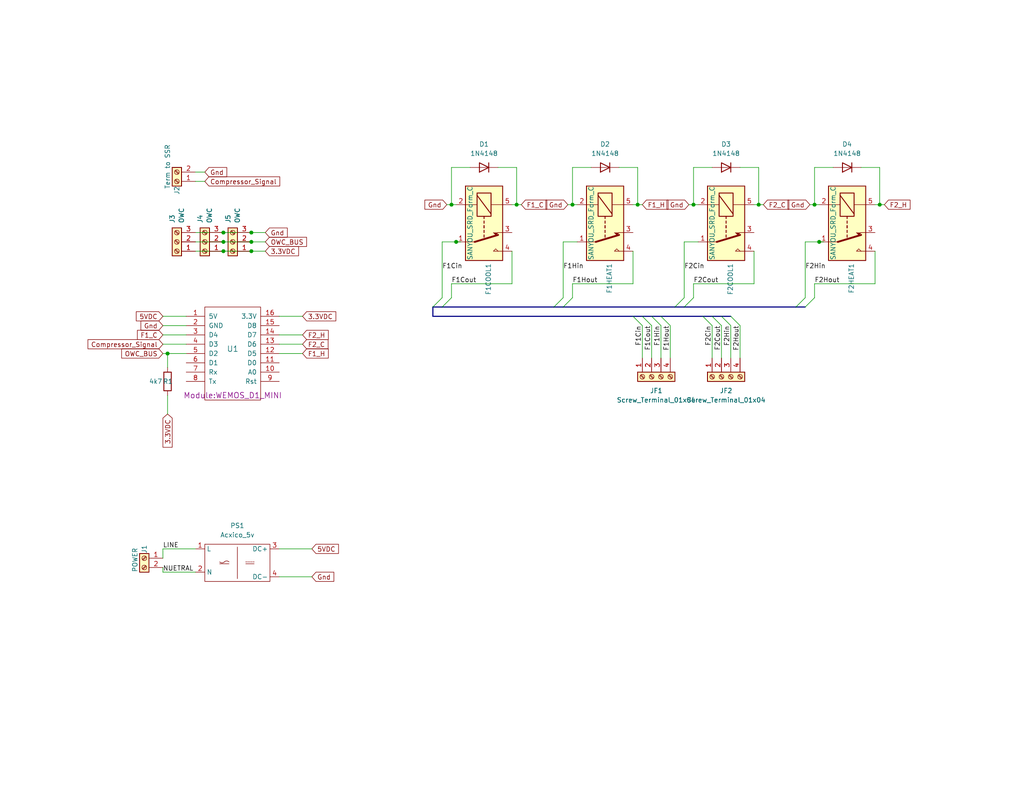
<source format=kicad_sch>
(kicad_sch (version 20211123) (generator eeschema)
  (paper "USLetter")
  (title_block (title "Glycol/Fermenter Control Circuit") (date "2023-01-31") (rev "1.0"))
  (lib_symbols
    (symbol "Connector:Screw_Terminal_01x02" (pin_names (offset 1.016) hide)
      (property "Reference" "J" (at 0 2.54 0))
      (property "Value" "Screw_Terminal_01x02" (at 0 -5.08 0))
      (symbol "Screw_Terminal_01x02_1_1"
        (rectangle (start -1.27 1.27) (end 1.27 -3.81) (stroke (width 0.254)) (fill (type background)))
        (circle (center 0 -2.54) (radius 0.635) (stroke (width 0.1524)))
        (polyline (pts (xy -0.5334 -2.2098) (xy 0.3302 -3.048)) (stroke (width 0.1524)))
        (polyline (pts (xy -0.5334 0.3302) (xy 0.3302 -0.508)) (stroke (width 0.1524)))
        (polyline (pts (xy -0.3556 -2.032) (xy 0.508 -2.8702)) (stroke (width 0.1524)))
        (polyline (pts (xy -0.3556 0.508) (xy 0.508 -0.3302)) (stroke (width 0.1524)))
        (circle (center 0 0) (radius 0.635) (stroke (width 0.1524)))
        (pin passive line (at -5.08 0 0) (length 3.81) (name "Pin_1") (number "1"))
        (pin passive line (at -5.08 -2.54 0) (length 3.81) (name "Pin_2") (number "2"))
      )
    )
    (symbol "Connector:Screw_Terminal_01x03" (pin_names (offset 1.016) hide)
      (property "Reference" "J" (at 0 5.08 0))
      (property "Value" "Screw_Terminal_01x03" (at 0 -5.08 0))
      (symbol "Screw_Terminal_01x03_1_1"
        (rectangle (start -1.27 3.81) (end 1.27 -3.81) (stroke (width 0.254)) (fill (type background)))
        (circle (center 0 -2.54) (radius 0.635) (stroke (width 0.1524)))
        (polyline (pts (xy -0.5334 -2.2098) (xy 0.3302 -3.048)) (stroke (width 0.1524)))
        (polyline (pts (xy -0.5334 0.3302) (xy 0.3302 -0.508)) (stroke (width 0.1524)))
        (polyline (pts (xy -0.5334 2.8702) (xy 0.3302 2.032)) (stroke (width 0.1524)))
        (polyline (pts (xy -0.3556 -2.032) (xy 0.508 -2.8702)) (stroke (width 0.1524)))
        (polyline (pts (xy -0.3556 0.508) (xy 0.508 -0.3302)) (stroke (width 0.1524)))
        (polyline (pts (xy -0.3556 3.048) (xy 0.508 2.2098)) (stroke (width 0.1524)))
        (circle (center 0 0) (radius 0.635) (stroke (width 0.1524)))
        (circle (center 0 2.54) (radius 0.635) (stroke (width 0.1524)))
        (pin passive line (at -5.08 2.54 0) (length 3.81) (name "Pin_1") (number "1"))
        (pin passive line (at -5.08 0 0) (length 3.81) (name "Pin_2") (number "2"))
        (pin passive line (at -5.08 -2.54 0) (length 3.81) (name "Pin_3") (number "3"))
      )
    )
    (symbol "Connector:Screw_Terminal_01x04" (pin_names (offset 1.016) hide)
      (property "Reference" "J" (at 0 5.08 0))
      (property "Value" "Screw_Terminal_01x04" (at 0 -7.62 0))
      (symbol "Screw_Terminal_01x04_1_1"
        (rectangle (start -1.27 3.81) (end 1.27 -6.35) (stroke (width 0.254)) (fill (type background)))
        (circle (center 0 -5.08) (radius 0.635) (stroke (width 0.1524)))
        (circle (center 0 -2.54) (radius 0.635) (stroke (width 0.1524)))
        (polyline (pts (xy -0.5334 -4.7498) (xy 0.3302 -5.588)) (stroke (width 0.1524)))
        (polyline (pts (xy -0.5334 -2.2098) (xy 0.3302 -3.048)) (stroke (width 0.1524)))
        (polyline (pts (xy -0.5334 0.3302) (xy 0.3302 -0.508)) (stroke (width 0.1524)))
        (polyline (pts (xy -0.5334 2.8702) (xy 0.3302 2.032)) (stroke (width 0.1524)))
        (polyline (pts (xy -0.3556 -4.572) (xy 0.508 -5.4102)) (stroke (width 0.1524)))
        (polyline (pts (xy -0.3556 -2.032) (xy 0.508 -2.8702)) (stroke (width 0.1524)))
        (polyline (pts (xy -0.3556 0.508) (xy 0.508 -0.3302)) (stroke (width 0.1524)))
        (polyline (pts (xy -0.3556 3.048) (xy 0.508 2.2098)) (stroke (width 0.1524)))
        (circle (center 0 0) (radius 0.635) (stroke (width 0.1524)))
        (circle (center 0 2.54) (radius 0.635) (stroke (width 0.1524)))
        (pin passive line (at -5.08 2.54 0) (length 3.81) (name "Pin_1") (number "1"))
        (pin passive line (at -5.08 0 0) (length 3.81) (name "Pin_2") (number "2"))
        (pin passive line (at -5.08 -2.54 0) (length 3.81) (name "Pin_3") (number "3"))
        (pin passive line (at -5.08 -5.08 0) (length 3.81) (name "Pin_4") (number "4"))
      )
    )
    (symbol "Converter_ACDC:Acxico_5v"
      (property "Reference" "PS" (at 0 6.35 0))
      (property "Value" "Acxico_5v" (at 0 -6.35 0))
      (symbol "Acxico_5v_0_1"
        (rectangle (start -8.89 5.08) (end 8.89 -5.08))
        (arc (start -4.826 0.254) (mid -4.191 -0.0089) (end -3.556 0.254))
        (arc (start -2.286 0.254) (mid -2.921 0.516) (end -3.556 0.254))
        (polyline (pts (xy -4.826 -0.254) (xy -2.286 -0.254)))
        (polyline (pts (xy 0 4.318) (xy 0 -4.318)))
        (polyline (pts (xy 2.286 -0.254) (xy 4.572 -0.254)))
        (polyline (pts (xy 2.286 0.254) (xy 2.54 0.254)))
        (polyline (pts (xy 2.794 0.254) (xy 3.048 0.254)))
        (polyline (pts (xy 3.302 0.254) (xy 3.556 0.254)))
        (polyline (pts (xy 3.81 0.254) (xy 4.064 0.254)))
        (polyline (pts (xy 4.318 0.254) (xy 4.572 0.254)))
      )
      (symbol "Acxico_5v_1_1"
        (pin input line (at -11.43 3.81 0) (length 2.54) (name "L") (number "1"))
        (pin input line (at -11.43 -2.54 0) (length 2.54) (name "N") (number "2"))
        (pin output line (at 11.43 3.81 180) (length 2.54) (name "DC+") (number "3"))
        (pin output line (at 11.43 -3.81 180) (length 2.54) (name "DC-") (number "4"))
      )
    )
    (symbol "Device:R" (pin_numbers hide) (pin_names (offset 0))
      (property "Reference" "R" (at 2.032 0 90))
      (property "Value" "R" (at 0 0 90))
      (symbol "R_0_1"
        (rectangle (start -1.016 -2.54) (end 1.016 2.54) (stroke (width 0.254)))
      )
      (symbol "R_1_1"
        (pin passive line (at 0 3.81 270) (length 1.27) (name "~") (number "1"))
        (pin passive line (at 0 -3.81 90) (length 1.27) (name "~") (number "2"))
      )
    )
    (symbol "Diode:1N4148" (pin_numbers hide) (pin_names hide)
      (property "Reference" "D" (at 0 2.54 0))
      (property "Value" "1N4148" (at 0 -2.54 0))
      (symbol "1N4148_0_1"
        (polyline (pts (xy -1.27 1.27) (xy -1.27 -1.27)) (stroke (width 0.254)))
        (polyline (pts (xy 1.27 0) (xy -1.27 0)))
        (polyline (pts (xy 1.27 1.27) (xy 1.27 -1.27) (xy -1.27 0) (xy 1.27 1.27)) (stroke (width 0.254)))
      )
      (symbol "1N4148_1_1"
        (pin passive line (at -3.81 0 0) (length 2.54) (name "K") (number "1"))
        (pin passive line (at 3.81 0 180) (length 2.54) (name "A") (number "2"))
      )
    )
    (symbol "Glycol_Chiller-rescue:SANYOU_SRD_Form_C-Relay" (pin_names (offset 1.016))
      (property "Reference" "K" (at 11.43 3.81 0))
      (property "Value" "SANYOU_SRD_Form_C-Relay" (at 11.43 1.27 0))
      (symbol "SANYOU_SRD_Form_C-Relay_0_0"
        (polyline (pts (xy 2.54 3.81) (xy 2.54 5.08)))
        (polyline (pts (xy 7.62 3.81) (xy 7.62 5.08)))
        (polyline (pts (xy 7.62 3.81) (xy 7.62 2.54) (xy 6.985 3.175) (xy 7.62 3.81)))
      )
      (symbol "SANYOU_SRD_Form_C-Relay_0_1"
        (rectangle (start -10.16 5.08) (end 10.16 -5.08) (stroke (width 0.254)) (fill (type background)))
        (rectangle (start -8.255 1.905) (end -1.905 -1.905) (stroke (width 0.254)))
        (polyline (pts (xy -7.62 -1.905) (xy -2.54 1.905)) (stroke (width 0.254)))
        (polyline (pts (xy -5.08 -5.08) (xy -5.08 -1.905)))
        (polyline (pts (xy -5.08 5.08) (xy -5.08 1.905)))
        (polyline (pts (xy -1.905 0) (xy -1.27 0)) (stroke (width 0.254)))
        (polyline (pts (xy -0.635 0) (xy 0 0)) (stroke (width 0.254)))
        (polyline (pts (xy 0.635 0) (xy 1.27 0)) (stroke (width 0.254)))
        (polyline (pts (xy 0.635 0) (xy 1.27 0)) (stroke (width 0.254)))
        (polyline (pts (xy 1.905 0) (xy 2.54 0)) (stroke (width 0.254)))
        (polyline (pts (xy 3.175 0) (xy 3.81 0)) (stroke (width 0.254)))
        (polyline (pts (xy 5.08 -2.54) (xy 3.175 3.81)) (stroke (width 0.508)))
        (polyline (pts (xy 5.08 -2.54) (xy 5.08 -5.08)))
        (polyline (pts (xy 2.54 2.54) (xy 3.175 3.175) (xy 2.54 3.81)) (fill (type outline)))
      )
      (symbol "SANYOU_SRD_Form_C-Relay_1_1"
        (pin passive line (at 5.08 -7.62 90) (length 2.54) (name "~") (number "1"))
        (pin passive line (at -5.08 -7.62 90) (length 2.54) (name "~") (number "2"))
        (pin passive line (at 2.54 7.62 270) (length 2.54) (name "~") (number "3"))
        (pin passive line (at 7.62 7.62 270) (length 2.54) (name "~") (number "4"))
        (pin passive line (at -5.08 7.62 270) (length 2.54) (name "~") (number "5"))
      )
    )
    (symbol "Glycol_Chiller-rescue:WeMos_mini-wemos_mini" (pin_names (offset 1.016))
      (property "Reference" "U" (at 0 12.7 0))
      (property "Value" "WeMos_mini-wemos_mini" (at 0 -12.7 0))
      (symbol "WeMos_mini-wemos_mini_0_1"
        (rectangle (start -7.62 11.43) (end 7.62 -13.97))
      )
      (symbol "WeMos_mini-wemos_mini_1_1"
        (pin power_in line (at -12.7 8.89 0) (length 5.08) (name "5V") (number "1"))
        (pin bidirectional line (at 12.7 -6.35 180) (length 5.08) (name "A0") (number "10"))
        (pin bidirectional line (at 12.7 -3.81 180) (length 5.08) (name "D0") (number "11"))
        (pin bidirectional line (at 12.7 -1.27 180) (length 5.08) (name "D5") (number "12"))
        (pin bidirectional line (at 12.7 1.27 180) (length 5.08) (name "D6") (number "13"))
        (pin bidirectional line (at 12.7 3.81 180) (length 5.08) (name "D7") (number "14"))
        (pin bidirectional line (at 12.7 6.35 180) (length 5.08) (name "D8") (number "15"))
        (pin power_out line (at 12.7 8.89 180) (length 5.08) (name "3.3V") (number "16"))
        (pin power_in line (at -12.7 6.35 0) (length 5.08) (name "GND") (number "2"))
        (pin bidirectional line (at -12.7 3.81 0) (length 5.08) (name "D4") (number "3"))
        (pin bidirectional line (at -12.7 1.27 0) (length 5.08) (name "D3") (number "4"))
        (pin bidirectional line (at -12.7 -1.27 0) (length 5.08) (name "D2") (number "5"))
        (pin bidirectional line (at -12.7 -3.81 0) (length 5.08) (name "D1") (number "6"))
        (pin bidirectional line (at -12.7 -6.35 0) (length 5.08) (name "Rx") (number "7"))
        (pin bidirectional line (at -12.7 -8.89 0) (length 5.08) (name "Tx") (number "8"))
        (pin bidirectional line (at 12.7 -8.89 180) (length 5.08) (name "Rst") (number "9"))
      )
    )
  )
  (junction (at 156.21 55.88))
  (junction (at 207.01 55.88))
  (junction (at 189.23 55.88))
  (junction (at 45.72 96.52))
  (junction (at 68.58 68.58))
  (junction (at 140.97 55.88))
  (junction (at 60.96 63.5))
  (junction (at 60.96 68.58))
  (junction (at 173.99 55.88))
  (junction (at 68.58 63.5))
  (junction (at 123.19 55.88))
  (junction (at 222.25 55.88))
  (junction (at 240.03 55.88))
  (junction (at 68.58 66.04))
  (junction (at 124.46 66.04))
  (junction (at 60.96 66.04))
  (junction (at 223.52 66.04))
  (bus_entry (at 219.71 83.82) (size 2.54 -2.54))
  (bus_entry (at 184.15 83.82) (size 2.54 -2.54))
  (bus_entry (at 153.67 83.82) (size 2.54 -2.54))
  (bus_entry (at 120.65 83.82) (size 2.54 -2.54))
  (bus_entry (at 151.13 83.82) (size 2.54 -2.54))
  (bus_entry (at 199.39 86.36) (size 2.54 2.54))
  (bus_entry (at 194.31 86.36) (size 2.54 2.54))
  (bus_entry (at 186.69 83.82) (size 2.54 -2.54))
  (bus_entry (at 172.72 86.36) (size 2.54 2.54))
  (bus_entry (at 191.77 86.36) (size 2.54 2.54))
  (bus_entry (at 217.17 83.82) (size 2.54 -2.54))
  (bus_entry (at 118.11 83.82) (size 2.54 -2.54))
  (bus_entry (at 177.8 86.36) (size 2.54 2.54))
  (bus_entry (at 196.85 86.36) (size 2.54 2.54))
  (bus_entry (at 180.34 86.36) (size 2.54 2.54))
  (bus_entry (at 175.26 86.36) (size 2.54 2.54))
  (wire (pts (xy 173.99 45.72) (xy 173.99 55.88)))
  (wire (pts (xy 120.65 66.04) (xy 120.65 81.28)))
  (wire (pts (xy 60.96 68.58) (xy 68.58 68.58)))
  (bus (pts (xy 186.69 83.82) (xy 217.17 83.82)))
  (wire (pts (xy 207.01 55.88) (xy 205.74 55.88)))
  (wire (pts (xy 44.45 96.52) (xy 45.72 96.52)))
  (bus (pts (xy 196.85 86.36) (xy 199.39 86.36)))
  (wire (pts (xy 140.97 55.88) (xy 139.7 55.88)))
  (wire (pts (xy 55.88 49.53) (xy 53.34 49.53)))
  (wire (pts (xy 241.3 55.88) (xy 240.03 55.88)))
  (bus (pts (xy 175.26 86.36) (xy 177.8 86.36)))
  (wire (pts (xy 44.45 154.94) (xy 44.45 156.21)))
  (bus (pts (xy 172.72 86.36) (xy 175.26 86.36)))
  (wire (pts (xy 182.88 88.9) (xy 182.88 97.79)))
  (wire (pts (xy 238.76 68.58) (xy 238.76 77.47)))
  (wire (pts (xy 173.99 55.88) (xy 172.72 55.88)))
  (wire (pts (xy 124.46 55.88) (xy 123.19 55.88)))
  (wire (pts (xy 201.93 45.72) (xy 207.01 45.72)))
  (wire (pts (xy 205.74 77.47) (xy 189.23 77.47)))
  (wire (pts (xy 189.23 55.88) (xy 187.96 55.88)))
  (wire (pts (xy 194.31 45.72) (xy 189.23 45.72)))
  (wire (pts (xy 60.96 66.04) (xy 68.58 66.04)))
  (wire (pts (xy 44.45 156.21) (xy 53.34 156.21)))
  (wire (pts (xy 44.45 91.44) (xy 50.8 91.44)))
  (wire (pts (xy 199.39 88.9) (xy 199.39 97.79)))
  (wire (pts (xy 128.27 45.72) (xy 123.19 45.72)))
  (wire (pts (xy 156.21 77.47) (xy 156.21 81.28)))
  (wire (pts (xy 222.25 45.72) (xy 222.25 55.88)))
  (wire (pts (xy 76.2 93.98) (xy 82.55 93.98)))
  (wire (pts (xy 76.2 157.48) (xy 85.09 157.48)))
  (wire (pts (xy 45.72 107.95) (xy 45.72 113.03)))
  (wire (pts (xy 123.19 55.88) (xy 121.92 55.88)))
  (wire (pts (xy 124.46 66.04) (xy 120.65 66.04)))
  (wire (pts (xy 135.89 45.72) (xy 140.97 45.72)))
  (wire (pts (xy 142.24 55.88) (xy 140.97 55.88)))
  (wire (pts (xy 186.69 66.04) (xy 186.69 81.28)))
  (wire (pts (xy 44.45 93.98) (xy 50.8 93.98)))
  (wire (pts (xy 44.45 86.36) (xy 50.8 86.36)))
  (wire (pts (xy 45.72 96.52) (xy 50.8 96.52)))
  (wire (pts (xy 156.21 55.88) (xy 154.94 55.88)))
  (wire (pts (xy 44.45 88.9) (xy 50.8 88.9)))
  (wire (pts (xy 123.19 77.47) (xy 123.19 81.28)))
  (bus (pts (xy 184.15 83.82) (xy 186.69 83.82)))
  (wire (pts (xy 53.34 63.5) (xy 60.96 63.5)))
  (bus (pts (xy 180.34 86.36) (xy 191.77 86.36)))
  (wire (pts (xy 189.23 45.72) (xy 189.23 55.88)))
  (bus (pts (xy 172.72 86.36) (xy 118.11 86.36)))
  (wire (pts (xy 189.23 77.47) (xy 189.23 81.28)))
  (bus (pts (xy 177.8 86.36) (xy 180.34 86.36)))
  (wire (pts (xy 168.91 45.72) (xy 173.99 45.72)))
  (wire (pts (xy 68.58 63.5) (xy 72.39 63.5)))
  (wire (pts (xy 240.03 55.88) (xy 238.76 55.88)))
  (wire (pts (xy 223.52 66.04) (xy 219.71 66.04)))
  (wire (pts (xy 207.01 45.72) (xy 207.01 55.88)))
  (wire (pts (xy 219.71 66.04) (xy 219.71 81.28)))
  (bus (pts (xy 151.13 83.82) (xy 153.67 83.82)))
  (wire (pts (xy 60.96 63.5) (xy 68.58 63.5)))
  (wire (pts (xy 68.58 68.58) (xy 72.39 68.58)))
  (wire (pts (xy 186.69 66.04) (xy 190.5 66.04)))
  (wire (pts (xy 222.25 55.88) (xy 220.98 55.88)))
  (wire (pts (xy 44.45 152.4) (xy 44.45 149.86)))
  (wire (pts (xy 224.79 66.04) (xy 223.52 66.04)))
  (wire (pts (xy 55.88 46.99) (xy 53.34 46.99)))
  (wire (pts (xy 172.72 77.47) (xy 156.21 77.47)))
  (bus (pts (xy 194.31 86.36) (xy 196.85 86.36)))
  (wire (pts (xy 76.2 96.52) (xy 82.55 96.52)))
  (wire (pts (xy 180.34 88.9) (xy 180.34 97.79)))
  (wire (pts (xy 175.26 88.9) (xy 175.26 97.79)))
  (bus (pts (xy 153.67 83.82) (xy 184.15 83.82)))
  (wire (pts (xy 238.76 77.47) (xy 222.25 77.47)))
  (wire (pts (xy 76.2 86.36) (xy 82.55 86.36)))
  (wire (pts (xy 227.33 45.72) (xy 222.25 45.72)))
  (wire (pts (xy 208.28 55.88) (xy 207.01 55.88)))
  (wire (pts (xy 177.8 88.9) (xy 177.8 97.79)))
  (wire (pts (xy 156.21 45.72) (xy 156.21 55.88)))
  (wire (pts (xy 44.45 149.86) (xy 53.34 149.86)))
  (wire (pts (xy 68.58 66.04) (xy 72.39 66.04)))
  (wire (pts (xy 240.03 45.72) (xy 240.03 55.88)))
  (wire (pts (xy 196.85 88.9) (xy 196.85 97.79)))
  (wire (pts (xy 172.72 68.58) (xy 172.72 77.47)))
  (wire (pts (xy 140.97 45.72) (xy 140.97 55.88)))
  (wire (pts (xy 76.2 91.44) (xy 82.55 91.44)))
  (wire (pts (xy 139.7 68.58) (xy 139.7 77.47)))
  (bus (pts (xy 217.17 83.82) (xy 219.71 83.82)))
  (wire (pts (xy 205.74 68.58) (xy 205.74 77.47)))
  (bus (pts (xy 191.77 86.36) (xy 194.31 86.36)))
  (wire (pts (xy 175.26 55.88) (xy 173.99 55.88)))
  (bus (pts (xy 118.11 86.36) (xy 118.11 83.82)))
  (wire (pts (xy 76.2 149.86) (xy 85.09 149.86)))
  (wire (pts (xy 234.95 45.72) (xy 240.03 45.72)))
  (wire (pts (xy 223.52 55.88) (xy 222.25 55.88)))
  (wire (pts (xy 157.48 55.88) (xy 156.21 55.88)))
  (wire (pts (xy 123.19 45.72) (xy 123.19 55.88)))
  (wire (pts (xy 201.93 88.9) (xy 201.93 97.79)))
  (wire (pts (xy 139.7 77.47) (xy 123.19 77.47)))
  (wire (pts (xy 45.72 100.33) (xy 45.72 96.52)))
  (wire (pts (xy 161.29 45.72) (xy 156.21 45.72)))
  (wire (pts (xy 53.34 68.58) (xy 60.96 68.58)))
  (wire (pts (xy 153.67 66.04) (xy 153.67 81.28)))
  (bus (pts (xy 118.11 83.82) (xy 120.65 83.82)))
  (wire (pts (xy 194.31 88.9) (xy 194.31 97.79)))
  (wire (pts (xy 222.25 77.47) (xy 222.25 81.28)))
  (bus (pts (xy 120.65 83.82) (xy 151.13 83.82)))
  (wire (pts (xy 190.5 55.88) (xy 189.23 55.88)))
  (wire (pts (xy 53.34 66.04) (xy 60.96 66.04)))
  (wire (pts (xy 125.73 66.04) (xy 124.46 66.04)))
  (wire (pts (xy 157.48 66.04) (xy 153.67 66.04)))
  (label "F1Hin" (at 153.67 73.66 0))
  (label "F2Cout" (at 189.23 77.47 0))
  (label "F2Hin" (at 199.39 88.9 270))
  (label "F1Hout" (at 182.88 88.9 270))
  (label "F2Hout" (at 201.93 88.9 270))
  (label "F2Hout" (at 222.25 77.47 0))
  (label "F2Cin" (at 194.31 88.9 270))
  (label "F1Cin" (at 120.65 73.66 0))
  (label "F1Hout" (at 156.21 77.47 0))
  (label "F2Hin" (at 219.71 73.66 0))
  (label "F1Hin" (at 180.34 88.9 270))
  (label "F2Cin" (at 186.69 73.66 0))
  (label "NUETRAL" (at 44.45 156.21 0))
  (label "F1Cin" (at 175.26 88.9 270))
  (label "F1Cout" (at 123.19 77.47 0))
  (label "F1Cout" (at 177.8 88.9 270))
  (label "F2Cout" (at 196.85 88.9 270))
  (label "LINE" (at 44.45 149.86 0))
  (global_label "F2_C" (shape input) (at 82.55 93.98 0) (property "Intersheet References" "${INTERSHEET_REFS}" (effects hide)))
  (global_label "OWC_BUS" (shape input) (at 44.45 96.52 180) (property "Intersheet References" "${INTERSHEET_REFS}" (effects hide)))
  (global_label "Gnd" (shape input) (at 154.94 55.88 180) (property "Intersheet References" "${INTERSHEET_REFS}" (effects hide)))
  (global_label "Gnd" (shape input) (at 187.96 55.88 180) (property "Intersheet References" "${INTERSHEET_REFS}" (effects hide)))
  (global_label "F1_H" (shape input) (at 82.55 96.52 0) (property "Intersheet References" "${INTERSHEET_REFS}" (effects hide)))
  (global_label "3.3VDC" (shape input) (at 82.55 86.36 0) (property "Intersheet References" "${INTERSHEET_REFS}" (effects hide)))
  (global_label "F2_C" (shape input) (at 208.28 55.88 0) (property "Intersheet References" "${INTERSHEET_REFS}" (effects hide)))
  (global_label "3.3VDC" (shape input) (at 72.39 68.58 0) (property "Intersheet References" "${INTERSHEET_REFS}" (effects hide)))
  (global_label "5VDC" (shape input) (at 44.45 86.36 180) (property "Intersheet References" "${INTERSHEET_REFS}" (effects hide)))
  (global_label "F1_C" (shape input) (at 44.45 91.44 180) (property "Intersheet References" "${INTERSHEET_REFS}" (effects hide)))
  (global_label "Compressor_Signal" (shape input) (at 44.45 93.98 180) (property "Intersheet References" "${INTERSHEET_REFS}" (effects hide)))
  (global_label "Gnd" (shape input) (at 121.92 55.88 180) (property "Intersheet References" "${INTERSHEET_REFS}" (effects hide)))
  (global_label "Gnd" (shape input) (at 72.39 63.5 0) (property "Intersheet References" "${INTERSHEET_REFS}" (effects hide)))
  (global_label "Gnd" (shape input) (at 44.45 88.9 180) (property "Intersheet References" "${INTERSHEET_REFS}" (effects hide)))
  (global_label "OWC_BUS" (shape input) (at 72.39 66.04 0) (property "Intersheet References" "${INTERSHEET_REFS}" (effects hide)))
  (global_label "Gnd" (shape input) (at 55.88 46.99 0) (property "Intersheet References" "${INTERSHEET_REFS}" (effects hide)))
  (global_label "F1_H" (shape input) (at 175.26 55.88 0) (property "Intersheet References" "${INTERSHEET_REFS}" (effects hide)))
  (global_label "3.3VDC" (shape input) (at 45.72 113.03 270) (property "Intersheet References" "${INTERSHEET_REFS}" (effects hide)))
  (global_label "Gnd" (shape input) (at 220.98 55.88 180) (property "Intersheet References" "${INTERSHEET_REFS}" (effects hide)))
  (global_label "5VDC" (shape input) (at 85.09 149.86 0) (property "Intersheet References" "${INTERSHEET_REFS}" (effects hide)))
  (global_label "F2_H" (shape input) (at 82.55 91.44 0) (property "Intersheet References" "${INTERSHEET_REFS}" (effects hide)))
  (global_label "F1_C" (shape input) (at 142.24 55.88 0) (property "Intersheet References" "${INTERSHEET_REFS}" (effects hide)))
  (global_label "F2_H" (shape input) (at 241.3 55.88 0) (property "Intersheet References" "${INTERSHEET_REFS}" (effects hide)))
  (global_label "Gnd" (shape input) (at 85.09 157.48 0) (property "Intersheet References" "${INTERSHEET_REFS}" (effects hide)))
  (global_label "Compressor_Signal" (shape input) (at 55.88 49.53 0) (property "Intersheet References" "${INTERSHEET_REFS}" (effects hide)))
  (symbol (lib_id "Glycol_Chiller-rescue:WeMos_mini-wemos_mini") (at 63.5 95.25 0) (unit 1)
    (property "Reference" "U1" (at 63.5 95.25 0) (effects (font (size 1.524 1.524))))
    (property "Value" "WeMos_mini" (effects hide))
    (property "Footprint" "Module:WEMOS_D1_MINI" (at 63.5 107.95 0) (effects (font (size 1.524 1.524))))
    (property "Datasheet" "http://www.wemos.cc/Products/d1_mini.html" (effects hide))
  )
  (symbol (lib_id "Glycol_Chiller-rescue:SANYOU_SRD_Form_C-Relay") (at 132.08 60.96 270) (unit 1)
    (property "Reference" "F1COOL1" (at 133.2484 71.882 0) (effects (justify left)))
    (property "Value" "SANYOU_SRD_Form_C" (at 128.27 50.8 0) (effects (justify left)))
    (property "Footprint" "Relay_THT:Relay_SPDT_SANYOU_SRD_Series_Form_C" (effects hide))
    (property "Datasheet" "http://www.sanyourelay.ca/public/products/pdf/SRD.pdf" (effects hide))
  )
  (symbol (lib_id "Glycol_Chiller-rescue:SANYOU_SRD_Form_C-Relay") (at 165.1 60.96 270) (unit 1)
    (property "Reference" "F1HEAT1" (at 166.2684 71.882 0) (effects (justify left)))
    (property "Value" "SANYOU_SRD_Form_C" (at 161.29 50.8 0) (effects (justify left)))
    (property "Footprint" "Relay_THT:Relay_SPDT_SANYOU_SRD_Series_Form_C" (effects hide))
    (property "Datasheet" "http://www.sanyourelay.ca/public/products/pdf/SRD.pdf" (effects hide))
  )
  (symbol (lib_id "Glycol_Chiller-rescue:SANYOU_SRD_Form_C-Relay") (at 198.12 60.96 270) (unit 1)
    (property "Reference" "F2COOL1" (at 199.2884 71.882 0) (effects (justify left)))
    (property "Value" "SANYOU_SRD_Form_C" (at 194.31 50.8 0) (effects (justify left)))
    (property "Footprint" "Relay_THT:Relay_SPDT_SANYOU_SRD_Series_Form_C" (effects hide))
    (property "Datasheet" "http://www.sanyourelay.ca/public/products/pdf/SRD.pdf" (effects hide))
  )
  (symbol (lib_id "Glycol_Chiller-rescue:SANYOU_SRD_Form_C-Relay") (at 231.14 60.96 270) (unit 1)
    (property "Reference" "F2HEAT1" (at 232.3084 71.882 0) (effects (justify left)))
    (property "Value" "SANYOU_SRD_Form_C" (at 227.33 50.8 0) (effects (justify left)))
    (property "Footprint" "Relay_THT:Relay_SPDT_SANYOU_SRD_Series_Form_C" (effects hide))
    (property "Datasheet" "http://www.sanyourelay.ca/public/products/pdf/SRD.pdf" (effects hide))
  )
  (symbol (lib_id "Connector:Screw_Terminal_01x02") (at 48.26 49.53 180) (unit 1)
    (property "Reference" "J2" (at 48.26 50.8 90) (effects (justify left)))
    (property "Value" "Term to SSR" (at 45.72 39.37 90) (effects (justify left)))
    (property "Footprint" "TerminalBlock:TerminalBlock_Altech_AK300-2_P5.00mm" (effects hide))
  )
  (symbol (lib_id "Connector:Screw_Terminal_01x04") (at 196.85 102.87 90) (mirror x) (unit 1)
    (property "Reference" "JF2" (at 198.12 106.68 90))
    (property "Value" "Screw_Terminal_01x04" (at 198.12 109.22 90))
    (property "Footprint" "TerminalBlock:TerminalBlock_Altech_AK300-4_P5.00mm" (effects hide))
  )
  (symbol (lib_id "Connector:Screw_Terminal_01x03") (at 63.5 66.04 180) (unit 1)
    (property "Reference" "J5" (at 62.2299 60.96 90) (effects (justify right)))
    (property "Value" "OWC" (at 64.7699 60.96 90) (effects (justify right)))
    (property "Footprint" "Connector_JST:JST_XH_B3B-XH-AM_1x03_P2.50mm_Vertical" (effects hide))
  )
  (symbol (lib_id "Connector:Screw_Terminal_01x02") (at 39.37 152.4 0) (mirror y) (unit 1)
    (property "Reference" "J1" (at 39.37 151.13 90) (effects (justify left)))
    (property "Value" "POWER" (at 36.83 156.21 90) (effects (justify left)))
    (property "Footprint" "TerminalBlock:TerminalBlock_Altech_AK300-2_P5.00mm" (effects hide))
  )
  (symbol (lib_id "Diode:1N4148") (at 198.12 45.72 180) (unit 1)
    (property "Reference" "D3" (at 198.12 39.37 0))
    (property "Value" "1N4148" (at 198.12 41.91 0))
    (property "Footprint" "Diode_SMD:D_SOD-323F" (effects hide))
    (property "Datasheet" "https://assets.nexperia.com/documents/data-sheet/1N4148_1N4448.pdf" (effects hide))
  )
  (symbol (lib_id "Device:R") (at 45.72 104.14 0) (unit 1)
    (property "Reference" "R1" (at 44.45 104.14 0) (effects (justify left)))
    (property "Value" "4k7" (at 40.64 104.14 0) (effects (justify left)))
    (property "Footprint" "Resistor_THT:R_Axial_DIN0207_L6.3mm_D2.5mm_P7.62mm_Horizontal" (effects hide))
  )
  (symbol (lib_id "Connector:Screw_Terminal_01x03") (at 55.88 66.04 180) (unit 1)
    (property "Reference" "J4" (at 54.6099 60.96 90) (effects (justify right)))
    (property "Value" "OWC" (at 57.1499 60.96 90) (effects (justify right)))
    (property "Footprint" "Connector_JST:JST_XH_B3B-XH-AM_1x03_P2.50mm_Vertical" (effects hide))
  )
  (symbol (lib_id "Converter_ACDC:Acxico_5v") (at 64.77 153.67 0) (unit 1)
    (property "Reference" "PS1" (at 64.77 143.51 0))
    (property "Value" "Acxico_5v" (at 64.77 146.05 0))
    (property "Footprint" "Power:Acxico 5V 700mA Board Module Mini AC-DC 120V to 5V Power Supply" (effects hide))
  )
  (symbol (lib_id "Connector:Screw_Terminal_01x04") (at 177.8 102.87 90) (mirror x) (unit 1)
    (property "Reference" "JF1" (at 179.07 106.68 90))
    (property "Value" "Screw_Terminal_01x04" (at 179.07 109.22 90))
    (property "Footprint" "TerminalBlock:TerminalBlock_Altech_AK300-4_P5.00mm" (effects hide))
  )
  (symbol (lib_id "Connector:Screw_Terminal_01x03") (at 48.26 66.04 180) (unit 1)
    (property "Reference" "J3" (at 46.9899 60.96 90) (effects (justify right)))
    (property "Value" "OWC" (at 49.5299 60.96 90) (effects (justify right)))
    (property "Footprint" "Connector_JST:JST_XH_B3B-XH-AM_1x03_P2.50mm_Vertical" (effects hide))
  )
  (symbol (lib_id "Diode:1N4148") (at 231.14 45.72 180) (unit 1)
    (property "Reference" "D4" (at 231.14 39.37 0))
    (property "Value" "1N4148" (at 231.14 41.91 0))
    (property "Footprint" "Diode_SMD:D_SOD-323F" (effects hide))
    (property "Datasheet" "https://assets.nexperia.com/documents/data-sheet/1N4148_1N4448.pdf" (effects hide))
  )
  (symbol (lib_id "Diode:1N4148") (at 132.08 45.72 180) (unit 1)
    (property "Reference" "D1" (at 132.08 39.37 0))
    (property "Value" "1N4148" (at 132.08 41.91 0))
    (property "Footprint" "Diode_SMD:D_SOD-323F" (effects hide))
    (property "Datasheet" "https://assets.nexperia.com/documents/data-sheet/1N4148_1N4448.pdf" (effects hide))
  )
  (symbol (lib_id "Diode:1N4148") (at 165.1 45.72 180) (unit 1)
    (property "Reference" "D2" (at 165.1 39.37 0))
    (property "Value" "1N4148" (at 165.1 41.91 0))
    (property "Footprint" "Diode_SMD:D_SOD-323F" (effects hide))
    (property "Datasheet" "https://assets.nexperia.com/documents/data-sheet/1N4148_1N4448.pdf" (effects hide))
  )
)
</source>
